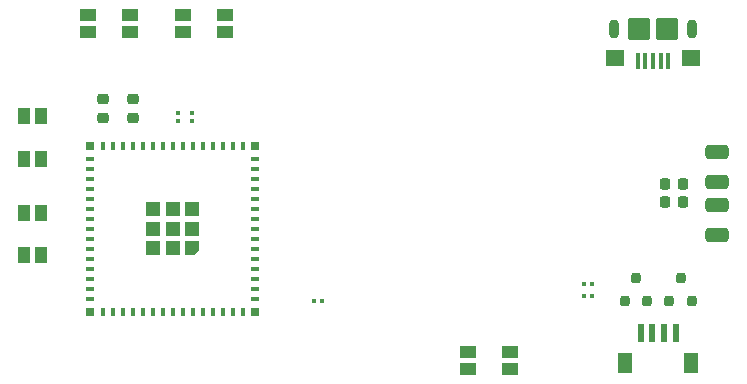
<source format=gbr>
%TF.GenerationSoftware,KiCad,Pcbnew,8.0.1*%
%TF.CreationDate,2024-09-08T05:47:06-06:00*%
%TF.ProjectId,USBHIDKey,55534248-4944-44b6-9579-2e6b69636164,rev?*%
%TF.SameCoordinates,Original*%
%TF.FileFunction,Paste,Top*%
%TF.FilePolarity,Positive*%
%FSLAX46Y46*%
G04 Gerber Fmt 4.6, Leading zero omitted, Abs format (unit mm)*
G04 Created by KiCad (PCBNEW 8.0.1) date 2024-09-08 05:47:06*
%MOMM*%
%LPD*%
G01*
G04 APERTURE LIST*
G04 Aperture macros list*
%AMRoundRect*
0 Rectangle with rounded corners*
0 $1 Rounding radius*
0 $2 $3 $4 $5 $6 $7 $8 $9 X,Y pos of 4 corners*
0 Add a 4 corners polygon primitive as box body*
4,1,4,$2,$3,$4,$5,$6,$7,$8,$9,$2,$3,0*
0 Add four circle primitives for the rounded corners*
1,1,$1+$1,$2,$3*
1,1,$1+$1,$4,$5*
1,1,$1+$1,$6,$7*
1,1,$1+$1,$8,$9*
0 Add four rect primitives between the rounded corners*
20,1,$1+$1,$2,$3,$4,$5,0*
20,1,$1+$1,$4,$5,$6,$7,0*
20,1,$1+$1,$6,$7,$8,$9,0*
20,1,$1+$1,$8,$9,$2,$3,0*%
%AMOutline5P*
0 Free polygon, 5 corners , with rotation*
0 The origin of the aperture is its center*
0 number of corners: always 5*
0 $1 to $10 corner X, Y*
0 $11 Rotation angle, in degrees counterclockwise*
0 create outline with 5 corners*
4,1,5,$1,$2,$3,$4,$5,$6,$7,$8,$9,$10,$1,$2,$11*%
%AMOutline6P*
0 Free polygon, 6 corners , with rotation*
0 The origin of the aperture is its center*
0 number of corners: always 6*
0 $1 to $12 corner X, Y*
0 $13 Rotation angle, in degrees counterclockwise*
0 create outline with 6 corners*
4,1,6,$1,$2,$3,$4,$5,$6,$7,$8,$9,$10,$11,$12,$1,$2,$13*%
%AMOutline7P*
0 Free polygon, 7 corners , with rotation*
0 The origin of the aperture is its center*
0 number of corners: always 7*
0 $1 to $14 corner X, Y*
0 $15 Rotation angle, in degrees counterclockwise*
0 create outline with 7 corners*
4,1,7,$1,$2,$3,$4,$5,$6,$7,$8,$9,$10,$11,$12,$13,$14,$1,$2,$15*%
%AMOutline8P*
0 Free polygon, 8 corners , with rotation*
0 The origin of the aperture is its center*
0 number of corners: always 8*
0 $1 to $16 corner X, Y*
0 $17 Rotation angle, in degrees counterclockwise*
0 create outline with 8 corners*
4,1,8,$1,$2,$3,$4,$5,$6,$7,$8,$9,$10,$11,$12,$13,$14,$15,$16,$1,$2,$17*%
G04 Aperture macros list end*
%ADD10RoundRect,0.218750X0.256250X-0.218750X0.256250X0.218750X-0.256250X0.218750X-0.256250X-0.218750X0*%
%ADD11RoundRect,0.100000X0.100000X0.575000X-0.100000X0.575000X-0.100000X-0.575000X0.100000X-0.575000X0*%
%ADD12O,0.900000X1.600000*%
%ADD13RoundRect,0.250000X0.550000X0.450000X-0.550000X0.450000X-0.550000X-0.450000X0.550000X-0.450000X0*%
%ADD14RoundRect,0.250000X0.700000X0.700000X-0.700000X0.700000X-0.700000X-0.700000X0.700000X-0.700000X0*%
%ADD15RoundRect,0.200000X0.200000X-0.250000X0.200000X0.250000X-0.200000X0.250000X-0.200000X-0.250000X0*%
%ADD16R,1.050000X1.400000*%
%ADD17RoundRect,0.079500X-0.079500X-0.100500X0.079500X-0.100500X0.079500X0.100500X-0.079500X0.100500X0*%
%ADD18R,1.400000X1.050000*%
%ADD19RoundRect,0.300000X-0.700000X-0.300000X0.700000X-0.300000X0.700000X0.300000X-0.700000X0.300000X0*%
%ADD20RoundRect,0.079500X-0.100500X0.079500X-0.100500X-0.079500X0.100500X-0.079500X0.100500X0.079500X0*%
%ADD21RoundRect,0.225000X-0.225000X-0.250000X0.225000X-0.250000X0.225000X0.250000X-0.225000X0.250000X0*%
%ADD22R,0.800000X0.400000*%
%ADD23R,0.400000X0.800000*%
%ADD24Outline5P,-0.600000X0.204000X-0.204000X0.600000X0.600000X0.600000X0.600000X-0.600000X-0.600000X-0.600000X180.000000*%
%ADD25R,1.200000X1.200000*%
%ADD26R,0.800000X0.800000*%
%ADD27R,0.600000X1.550000*%
%ADD28R,1.200000X1.800000*%
G04 APERTURE END LIST*
D10*
%TO.C,D9*%
X199567800Y-60198200D03*
X199567800Y-58623200D03*
%TD*%
D11*
%TO.C,J2*%
X244862600Y-55380000D03*
X244212600Y-55380000D03*
X243562600Y-55380000D03*
X242912600Y-55380000D03*
X242262600Y-55380000D03*
D12*
X246862600Y-52705000D03*
D13*
X246762600Y-55155000D03*
D14*
X244762600Y-52705000D03*
X242362600Y-52705000D03*
D13*
X240362600Y-55155000D03*
D12*
X240262600Y-52705000D03*
%TD*%
D15*
%TO.C,Q1*%
X241198400Y-75768200D03*
X243098400Y-75768200D03*
X242148400Y-73768200D03*
%TD*%
D16*
%TO.C,S2*%
X191758400Y-68278600D03*
X191758400Y-71878600D03*
X190308400Y-68278600D03*
X190308400Y-71878600D03*
%TD*%
D10*
%TO.C,D8*%
X196977000Y-60198200D03*
X196977000Y-58623200D03*
%TD*%
D17*
%TO.C,R2*%
X237689000Y-75336400D03*
X238379000Y-75336400D03*
%TD*%
%TO.C,R4*%
X214843800Y-75717400D03*
X215533800Y-75717400D03*
%TD*%
D18*
%TO.C,S4*%
X207340200Y-52986600D03*
X203740200Y-52986600D03*
X207340200Y-51536600D03*
X203740200Y-51536600D03*
%TD*%
D19*
%TO.C,J1*%
X249024000Y-63124200D03*
X249024000Y-65624200D03*
X249024000Y-67624200D03*
X249024000Y-70124200D03*
%TD*%
D18*
%TO.C,S3*%
X199313800Y-52959000D03*
X195713800Y-52959000D03*
X199313800Y-51509000D03*
X195713800Y-51509000D03*
%TD*%
D20*
%TO.C,R16*%
X203377800Y-59802200D03*
X203377800Y-60492200D03*
%TD*%
D17*
%TO.C,R1*%
X237689000Y-74320400D03*
X238379000Y-74320400D03*
%TD*%
D21*
%TO.C,C7*%
X244589000Y-67360800D03*
X246139000Y-67360800D03*
%TD*%
D22*
%TO.C,U1*%
X209905600Y-75575000D03*
X209905600Y-74725000D03*
X209905600Y-73875000D03*
X209905600Y-73025000D03*
X209905600Y-72175000D03*
X209905600Y-71325000D03*
X209905600Y-70475000D03*
X209905600Y-69625000D03*
X209905600Y-68775000D03*
X209905600Y-67925000D03*
X209905600Y-67075000D03*
X209905600Y-66225000D03*
X209905600Y-65375000D03*
X209905600Y-64525000D03*
X209905600Y-63675000D03*
D23*
X208855600Y-62625000D03*
X208005600Y-62625000D03*
X207155600Y-62625000D03*
X206305600Y-62625000D03*
X205455600Y-62625000D03*
X204605600Y-62625000D03*
X203755600Y-62625000D03*
X202905600Y-62625000D03*
X202055600Y-62625000D03*
X201205600Y-62625000D03*
X200355600Y-62625000D03*
X199505600Y-62625000D03*
X198655600Y-62625000D03*
X197805600Y-62625000D03*
X196955600Y-62625000D03*
D22*
X195905600Y-63675000D03*
X195905600Y-64525000D03*
X195905600Y-65375000D03*
X195905600Y-66225000D03*
X195905600Y-67075000D03*
X195905600Y-67925000D03*
X195905600Y-68775000D03*
X195905600Y-69625000D03*
X195905600Y-70475000D03*
X195905600Y-71325000D03*
X195905600Y-72175000D03*
X195905600Y-73025000D03*
X195905600Y-73875000D03*
X195905600Y-74725000D03*
X195905600Y-75575000D03*
D23*
X196955600Y-76625000D03*
X197805600Y-76625000D03*
X198655600Y-76625000D03*
X199505600Y-76625000D03*
X200355600Y-76625000D03*
X201205600Y-76625000D03*
X202055600Y-76625000D03*
X202905600Y-76625000D03*
X203755600Y-76625000D03*
X204605600Y-76625000D03*
X205455600Y-76625000D03*
X206305600Y-76625000D03*
X207155600Y-76625000D03*
X208005600Y-76625000D03*
X208855600Y-76625000D03*
D24*
X204555600Y-71275000D03*
D25*
X204555600Y-69625000D03*
X204555600Y-67975000D03*
X202905600Y-71275000D03*
X202905600Y-69625000D03*
X202905600Y-67975000D03*
X201255600Y-71275000D03*
X201255600Y-69625000D03*
X201255600Y-67975000D03*
D26*
X209905600Y-76625000D03*
X209905600Y-62625000D03*
X195905600Y-62625000D03*
X195905600Y-76625000D03*
%TD*%
D15*
%TO.C,Q2*%
X244957600Y-75768200D03*
X246857600Y-75768200D03*
X245907600Y-73768200D03*
%TD*%
D16*
%TO.C,S1*%
X191758400Y-60074400D03*
X191758400Y-63674400D03*
X190308400Y-60074400D03*
X190308400Y-63674400D03*
%TD*%
D18*
%TO.C,S5*%
X227870200Y-80007800D03*
X231470200Y-80007800D03*
X227870200Y-81457800D03*
X231470200Y-81457800D03*
%TD*%
D20*
%TO.C,R17*%
X204546200Y-59802200D03*
X204546200Y-60492200D03*
%TD*%
D21*
%TO.C,C8*%
X244589000Y-65811400D03*
X246139000Y-65811400D03*
%TD*%
D27*
%TO.C,J3*%
X245516400Y-78435200D03*
X244516400Y-78435200D03*
X243516400Y-78435200D03*
X242516400Y-78435200D03*
D28*
X246816400Y-80960200D03*
X241216400Y-80960200D03*
%TD*%
M02*

</source>
